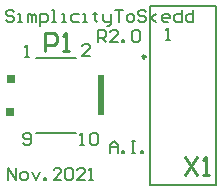
<source format=gto>
G04*
G04 #@! TF.GenerationSoftware,Altium Limited,CircuitStudio,1.5.2 (30)*
G04*
G04 Layer_Color=65535*
%FSLAX24Y24*%
%MOIN*%
G70*
G01*
G75*
%ADD13C,0.0079*%
%ADD18C,0.0098*%
%ADD19C,0.0100*%
%ADD20C,0.0060*%
%ADD21R,0.0246X0.1378*%
%ADD22R,0.0305X0.0295*%
%ADD23R,0.0295X0.0295*%
D13*
X5089Y549D02*
Y6537D01*
X7293D01*
Y549D02*
Y6537D01*
X5089Y549D02*
X7293D01*
X1299Y2293D02*
X2638D01*
X1299Y4793D02*
X2638D01*
X5630Y5384D02*
X5761D01*
X5696D01*
Y5777D01*
X5630Y5712D01*
X3750Y1634D02*
Y1896D01*
X3881Y2027D01*
X4012Y1896D01*
Y1634D01*
Y1831D01*
X3750D01*
X4144Y1634D02*
Y1699D01*
X4209D01*
Y1634D01*
X4144D01*
X4472Y2027D02*
X4603D01*
X4537D01*
Y1634D01*
X4472D01*
X4603D01*
X4800D02*
Y1699D01*
X4865D01*
Y1634D01*
X4800D01*
X364Y738D02*
Y1132D01*
X627Y738D01*
Y1132D01*
X823Y738D02*
X955D01*
X1020Y804D01*
Y935D01*
X955Y1001D01*
X823D01*
X758Y935D01*
Y804D01*
X823Y738D01*
X1151Y1001D02*
X1283Y738D01*
X1414Y1001D01*
X1545Y738D02*
Y804D01*
X1610D01*
Y738D01*
X1545D01*
X2135D02*
X1873D01*
X2135Y1001D01*
Y1066D01*
X2070Y1132D01*
X1938D01*
X1873Y1066D01*
X2266D02*
X2332Y1132D01*
X2463D01*
X2529Y1066D01*
Y804D01*
X2463Y738D01*
X2332D01*
X2266Y804D01*
Y1066D01*
X2922Y738D02*
X2660D01*
X2922Y1001D01*
Y1066D01*
X2857Y1132D01*
X2726D01*
X2660Y1066D01*
X3054Y738D02*
X3185D01*
X3119D01*
Y1132D01*
X3054Y1066D01*
X3366Y5335D02*
Y5728D01*
X3563D01*
X3629Y5663D01*
Y5531D01*
X3563Y5466D01*
X3366D01*
X3497D02*
X3629Y5335D01*
X4022D02*
X3760D01*
X4022Y5597D01*
Y5663D01*
X3956Y5728D01*
X3825D01*
X3760Y5663D01*
X4153Y5335D02*
Y5400D01*
X4219D01*
Y5335D01*
X4153D01*
X4481Y5663D02*
X4547Y5728D01*
X4678D01*
X4744Y5663D01*
Y5400D01*
X4678Y5335D01*
X4547D01*
X4481Y5400D01*
Y5663D01*
X567Y6332D02*
X502Y6398D01*
X371D01*
X305Y6332D01*
Y6266D01*
X371Y6201D01*
X502D01*
X567Y6135D01*
Y6070D01*
X502Y6004D01*
X371D01*
X305Y6070D01*
X699Y6004D02*
X830D01*
X764D01*
Y6266D01*
X699D01*
X1027Y6004D02*
Y6266D01*
X1092D01*
X1158Y6201D01*
Y6004D01*
Y6201D01*
X1223Y6266D01*
X1289Y6201D01*
Y6004D01*
X1420Y5873D02*
Y6266D01*
X1617D01*
X1683Y6201D01*
Y6070D01*
X1617Y6004D01*
X1420D01*
X1814D02*
X1945D01*
X1879D01*
Y6398D01*
X1814D01*
X2142Y6004D02*
X2273D01*
X2207D01*
Y6266D01*
X2142D01*
X2732D02*
X2535D01*
X2470Y6201D01*
Y6070D01*
X2535Y6004D01*
X2732D01*
X2863D02*
X2995D01*
X2929D01*
Y6266D01*
X2863D01*
X3257Y6332D02*
Y6266D01*
X3191D01*
X3323D01*
X3257D01*
Y6070D01*
X3323Y6004D01*
X3519Y6266D02*
Y6070D01*
X3585Y6004D01*
X3782D01*
Y5938D01*
X3716Y5873D01*
X3650D01*
X3782Y6004D02*
Y6266D01*
X3913Y6398D02*
X4175D01*
X4044D01*
Y6004D01*
X4372D02*
X4503D01*
X4569Y6070D01*
Y6201D01*
X4503Y6266D01*
X4372D01*
X4306Y6201D01*
Y6070D01*
X4372Y6004D01*
X4962Y6332D02*
X4897Y6398D01*
X4766D01*
X4700Y6332D01*
Y6266D01*
X4766Y6201D01*
X4897D01*
X4962Y6135D01*
Y6070D01*
X4897Y6004D01*
X4766D01*
X4700Y6070D01*
X5094Y6004D02*
Y6398D01*
Y6135D02*
X5290Y6266D01*
X5094Y6135D02*
X5290Y6004D01*
X5684D02*
X5553D01*
X5487Y6070D01*
Y6201D01*
X5553Y6266D01*
X5684D01*
X5750Y6201D01*
Y6135D01*
X5487D01*
X6143Y6398D02*
Y6004D01*
X5946D01*
X5881Y6070D01*
Y6201D01*
X5946Y6266D01*
X6143D01*
X6537Y6398D02*
Y6004D01*
X6340D01*
X6274Y6070D01*
Y6201D01*
X6340Y6266D01*
X6537D01*
D18*
X4941Y4831D02*
G03*
X4941Y4831I-49J0D01*
G01*
D19*
X6260Y1505D02*
X6660Y906D01*
Y1505D02*
X6260Y906D01*
X6860D02*
X7060D01*
X6960D01*
Y1505D01*
X6860Y1405D01*
X1585Y5039D02*
Y5639D01*
X1885D01*
X1985Y5539D01*
Y5339D01*
X1885Y5239D01*
X1585D01*
X2184Y5039D02*
X2384D01*
X2284D01*
Y5639D01*
X2184Y5539D01*
D20*
X2756Y1890D02*
X2889D01*
X2823D01*
Y2290D01*
X2756Y2223D01*
X3089D02*
X3156Y2290D01*
X3289D01*
X3356Y2223D01*
Y1956D01*
X3289Y1890D01*
X3156D01*
X3089Y1956D01*
Y2223D01*
X866Y1956D02*
X933Y1890D01*
X1066D01*
X1133Y1956D01*
Y2223D01*
X1066Y2290D01*
X933D01*
X866Y2223D01*
Y2156D01*
X933Y2090D01*
X1133D01*
X915Y4833D02*
X1049D01*
X982D01*
Y5233D01*
X915Y5166D01*
X3082Y4852D02*
X2815D01*
X3082Y5119D01*
Y5186D01*
X3015Y5252D01*
X2882D01*
X2815Y5186D01*
D21*
X3469Y3543D02*
D03*
D22*
X438Y3002D02*
D03*
D23*
X443Y4085D02*
D03*
M02*

</source>
